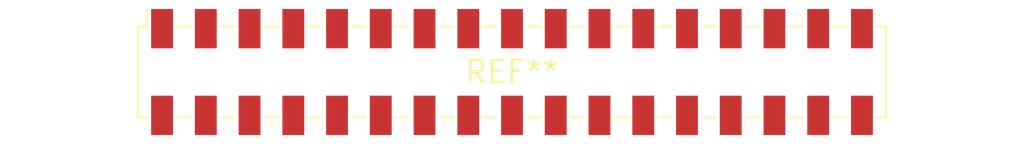
<source format=kicad_pcb>
(kicad_pcb (version 20240108) (generator pcbnew)
  (layers (0 "F.Cu" signal) (31 "B.Cu" signal) (34 "B.Paste" user) (35 "F.Paste" user) (36 "B.SilkS" user "B.Silkscreen") (37 "F.SilkS" user "F.Silkscreen") (38 "B.Mask" user) (39 "F.Mask" user) (44 "Edge.Cuts" user))
  (net 0 "")
  (footprint "Samtec_HLE-117-02-xxx-DV-LC_2x17_P2.54mm_Horizontal" (layer "F.Cu") (at 0 0)
    (property "Reference" "REF**")
    (property "Value" "Samtec_HLE-117-02-xxx-DV-LC_2x17_P2.54mm_Horizontal")
    (fp_line (start -21.7 -2.65) (end -21.7 2.65) (layer "F.SilkS") (stroke (width 0.12)))
    (fp_line (start -21.7 2.65) (end -21.215 2.65) (layer "F.SilkS") (stroke (width 0.12)))
    (fp_line (start -21.215 -3.67) (end -21.215 -2.65) (layer "F.SilkS") (stroke (width 0.12)))
    (fp_line (start -21.215 -2.65) (end -21.7 -2.65) (layer "F.SilkS") (stroke (width 0.12)))
    (fp_line (start -19.425 -2.65) (end -18.675 -2.65) (layer "F.SilkS") (stroke (width 0.12)))
    (fp_line (start -19.425 2.65) (end -18.675 2.65) (layer "F.SilkS") (stroke (width 0.12)))
    (fp_line (start -16.885 -2.65) (end -16.135 -2.65) (layer "F.SilkS") (stroke (width 0.12)))
    (fp_line (start -16.885 2.65) (end -16.135 2.65) (layer "F.SilkS") (stroke (width 0.12)))
    (fp_line (start -14.345 -2.65) (end -13.595 -2.65) (layer "F.SilkS") (stroke (width 0.12)))
    (fp_line (start -14.345 2.65) (end -13.595 2.65) (layer "F.SilkS") (stroke (width 0.12)))
    (fp_line (start -11.805 -2.65) (end -11.055 -2.65) (layer "F.SilkS") (stroke (width 0.12)))
    (fp_line (start -11.805 2.65) (end -11.055 2.65) (layer "F.SilkS") (stroke (width 0.12)))
    (fp_line (start -9.265 -2.65) (end -8.515 -2.65) (layer "F.SilkS") (stroke (width 0.12)))
    (fp_line (start -9.265 2.65) (end -8.515 2.65) (layer "F.SilkS") (stroke (width 0.12)))
    (fp_line (start -6.725 -2.65) (end -5.975 -2.65) (layer "F.SilkS") (stroke (width 0.12)))
    (fp_line (start -6.725 2.65) (end -5.975 2.65) (layer "F.SilkS") (stroke (width 0.12)))
    (fp_line (start -4.185 -2.65) (end -3.435 -2.65) (layer "F.SilkS") (stroke (width 0.12)))
    (fp_line (start -4.185 2.65) (end -3.435 2.65) (layer "F.SilkS") (stroke (width 0.12)))
    (fp_line (start -1.645 -2.65) (end -0.895 -2.65) (layer "F.SilkS") (stroke (width 0.12)))
    (fp_line (start -1.645 2.65) (end -0.895 2.65) (layer "F.SilkS") (stroke (width 0.12)))
    (fp_line (start 0.895 -2.65) (end 1.645 -2.65) (layer "F.SilkS") (stroke (width 0.12)))
    (fp_line (start 0.895 2.65) (end 1.645 2.65) (layer "F.SilkS") (stroke (width 0.12)))
    (fp_line (start 3.435 -2.65) (end 4.185 -2.65) (layer "F.SilkS") (stroke (width 0.12)))
    (fp_line (start 3.435 2.65) (end 4.185 2.65) (layer "F.SilkS") (stroke (width 0.12)))
    (fp_line (start 5.975 -2.65) (end 6.725 -2.65) (layer "F.SilkS") (stroke (width 0.12)))
    (fp_line (start 5.975 2.65) (end 6.725 2.65) (layer "F.SilkS") (stroke (width 0.12)))
    (fp_line (start 8.515 -2.65) (end 9.265 -2.65) (layer "F.SilkS") (stroke (width 0.12)))
    (fp_line (start 8.515 2.65) (end 9.265 2.65) (layer "F.SilkS") (stroke (width 0.12)))
    (fp_line (start 11.055 -2.65) (end 11.805 -2.65) (layer "F.SilkS") (stroke (width 0.12)))
    (fp_line (start 11.055 2.65) (end 11.805 2.65) (layer "F.SilkS") (stroke (width 0.12)))
    (fp_line (start 13.595 -2.65) (end 14.345 -2.65) (layer "F.SilkS") (stroke (width 0.12)))
    (fp_line (start 13.595 2.65) (end 14.345 2.65) (layer "F.SilkS") (stroke (width 0.12)))
    (fp_line (start 16.135 -2.65) (end 16.885 -2.65) (layer "F.SilkS") (stroke (width 0.12)))
    (fp_line (start 16.135 2.65) (end 16.885 2.65) (layer "F.SilkS") (stroke (width 0.12)))
    (fp_line (start 18.675 -2.65) (end 19.425 -2.65) (layer "F.SilkS") (stroke (width 0.12)))
    (fp_line (start 18.675 2.65) (end 19.425 2.65) (layer "F.SilkS") (stroke (width 0.12)))
    (fp_line (start 21.215 -2.65) (end 21.7 -2.65) (layer "F.SilkS") (stroke (width 0.12)))
    (fp_line (start 21.7 -2.65) (end 21.7 2.65) (layer "F.SilkS") (stroke (width 0.12)))
    (fp_line (start 21.7 2.65) (end 21.215 2.65) (layer "F.SilkS") (stroke (width 0.12)))
    (pad "" np_thru_hole circle (at -19.05 0) (size 1.19 1.19) (drill 1.19) (layers *.Cu *.Mask))
    (pad "" np_thru_hole circle (at 19.05 0) (size 1.19 1.19) (drill 1.19) (layers *.Cu *.Mask))
    (pad "1" smd rect (at -20.32 -2.525) (size 1.27 2.29) (layers "F.Cu" "F.Paste" "F.Mask"))
    (pad "2" smd rect (at -20.32 2.525) (size 1.27 2.29) (layers "F.Cu" "F.Paste" "F.Mask"))
    (pad "3" smd rect (at -17.78 -2.525) (size 1.27 2.29) (layers "F.Cu" "F.Paste" "F.Mask"))
    (pad "4" smd rect (at -17.78 2.525) (size 1.27 2.29) (layers "F.Cu" "F.Paste" "F.Mask"))
    (pad "5" smd rect (at -15.24 -2.525) (size 1.27 2.29) (layers "F.Cu" "F.Paste" "F.Mask"))
    (pad "6" smd rect (at -15.24 2.525) (size 1.27 2.29) (layers "F.Cu" "F.Paste" "F.Mask"))
    (pad "7" smd rect (at -12.7 -2.525) (size 1.27 2.29) (layers "F.Cu" "F.Paste" "F.Mask"))
    (pad "8" smd rect (at -12.7 2.525) (size 1.27 2.29) (layers "F.Cu" "F.Paste" "F.Mask"))
    (pad "9" smd rect (at -10.16 -2.525) (size 1.27 2.29) (layers "F.Cu" "F.Paste" "F.Mask"))
    (pad "10" smd rect (at -10.16 2.525) (size 1.27 2.29) (layers "F.Cu" "F.Paste" "F.Mask"))
    (pad "11" smd rect (at -7.62 -2.525) (size 1.27 2.29) (layers "F.Cu" "F.Paste" "F.Mask"))
    (pad "12" smd rect (at -7.62 2.525) (size 1.27 2.29) (layers "F.Cu" "F.Paste" "F.Mask"))
    (pad "13" smd rect (at -5.08 -2.525) (size 1.27 2.29) (layers "F.Cu" "F.Paste" "F.Mask"))
    (pad "14" smd rect (at -5.08 2.525) (size 1.27 2.29) (layers "F.Cu" "F.Paste" "F.Mask"))
    (pad "15" smd rect (at -2.54 -2.525) (size 1.27 2.29) (layers "F.Cu" "F.Paste" "F.Mask"))
    (pad "16" smd rect (at -2.54 2.525) (size 1.27 2.29) (layers "F.Cu" "F.Paste" "F.Mask"))
    (pad "17" smd rect (at 0 -2.525) (size 1.27 2.29) (layers "F.Cu" "F.Paste" "F.Mask"))
    (pad "18" smd rect (at 0 2.525) (size 1.27 2.29) (layers "F.Cu" "F.Paste" "F.Mask"))
    (pad "19" smd rect (at 2.54 -2.525) (size 1.27 2.29) (layers "F.Cu" "F.Paste" "F.Mask"))
    (pad "20" smd rect (at 2.54 2.525) (size 1.27 2.29) (layers "F.Cu" "F.Paste" "F.Mask"))
    (pad "21" smd rect (at 5.08 -2.525) (size 1.27 2.29) (layers "F.Cu" "F.Paste" "F.Mask"))
    (pad "22" smd rect (at 5.08 2.525) (size 1.27 2.29) (layers "F.Cu" "F.Paste" "F.Mask"))
    (pad "23" smd rect (at 7.62 -2.525) (size 1.27 2.29) (layers "F.Cu" "F.Paste" "F.Mask"))
    (pad "24" smd rect (at 7.62 2.525) (size 1.27 2.29) (layers "F.Cu" "F.Paste" "F.Mask"))
    (pad "25" smd rect (at 10.16 -2.525) (size 1.27 2.29) (layers "F.Cu" "F.Paste" "F.Mask"))
    (pad "26" smd rect (at 10.16 2.525) (size 1.27 2.29) (layers "F.Cu" "F.Paste" "F.Mask"))
    (pad "27" smd rect (at 12.7 -2.525) (size 1.27 2.29) (layers "F.Cu" "F.Paste" "F.Mask"))
    (pad "28" smd rect (at 12.7 2.525) (size 1.27 2.29) (layers "F.Cu" "F.Paste" "F.Mask"))
    (pad "29" smd rect (at 15.24 -2.525) (size 1.27 2.29) (layers "F.Cu" "F.Paste" "F.Mask"))
    (pad "30" smd rect (at 15.24 2.525) (size 1.27 2.29) (layers "F.Cu" "F.Paste" "F.Mask"))
    (pad "31" smd rect (at 17.78 -2.525) (size 1.27 2.29) (layers "F.Cu" "F.Paste" "F.Mask"))
    (pad "32" smd rect (at 17.78 2.525) (size 1.27 2.29) (layers "F.Cu" "F.Paste" "F.Mask"))
    (pad "33" smd rect (at 20.32 -2.525) (size 1.27 2.29) (layers "F.Cu" "F.Paste" "F.Mask"))
    (pad "34" smd rect (at 20.32 2.525) (size 1.27 2.29) (layers "F.Cu" "F.Paste" "F.Mask"))
  )
)
</source>
